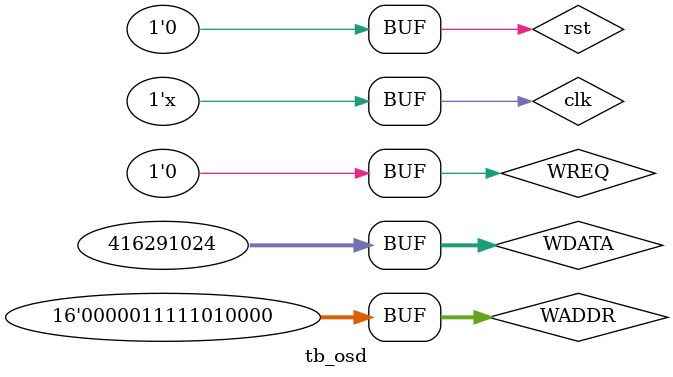
<source format=v>
`timescale 1ns / 1ps


module tb_osd(

    );
reg clk;
reg rst;

reg [15:0] WADDR;
reg [31:0 ]WDATA;
reg WREQ ;



always #10 clk = ~clk ;



tpg ttt(
.PIXEL_CLK_I (clk),   //像素时钟
.RESET_I     (rst),   //复位时输出钳制为0,释放复位后自动从头启动
.VS_ALLIGN_I (0),   //内部检测上沿,然后从头启动
.DE_VALID_I  (0),   //电平信号,DE_O等待DE_VALID_I拉高后才启动

.HSYNC_I   (10),   //参数 [15:0] 
.HBP_I     (10),   //参数 [15:0] 
.HACTIVE_I (200),   //参数 [15:0]
.HFP_I     (10),   //参数 [15:0] 
.VSYNC_I   (10),   //参数 [15:0]
.VBP_I     (10),   //参数 [15:0]
.VACTIVE_I (200),   //参数 [15:0] 
.VFP_I     (10),   //参数 [15:0] 
     
.HS_O     (hs),   //输出-时序(正极性)
.VS_O     (vs),   //输出-时序(正极性)
.DE_O     (de),   //输出-时序(正极性)
.VS_ALLIGN_EN_I  (0)   ,   //是否开启VS对齐功能
.DE_ALLIGN_EN_I  (0)       //是否开启DE对齐功能
);


osd uut(  
.VID_CLK_I(clk),
.VID_RST_I(0),
.VS_I(vs),
.HS_I(hs),
.DE_I(de),
.R_I(12),
.G_I(12),
.B_I(12),
.VS_O(),
.HS_O(),
.DE_O(),
.R_O(),
.G_O(),
.B_O(),
//
.OSD_AXI_CLK_I(clk),//mostly AXI CLK
.OSD_AXI_RST_I(0), 
.OSD_ENABLE_I(1),
.OSD_TRANSPARENT_I(0),
.OSD_PORTS_I(2), // also actual valid input port num
.OSD_X_I(0),//from 0
.OSD_Y_I(0),//from 0
.OSD_H_I(64),
.OSD_V_I(64),
.OSD_WADDR_I (WADDR),
.OSD_WDATA_I (WDATA),
.OSD_WREQ_I  (WREQ )
 
    );

initial begin
    clk = 0;
    rst = 1;
    #201;
    WADDR = 0;
    WDATA = 32'h11001100;
    WREQ  = 1;
    #20;
    repeat (2000) begin
    WADDR = WADDR + 1;
    WDATA = WDATA + 32'h00010001;
    #20;
    end
    WREQ  = 0;
    
    #1000;
    rst = 0;

end





 
    
endmodule

</source>
